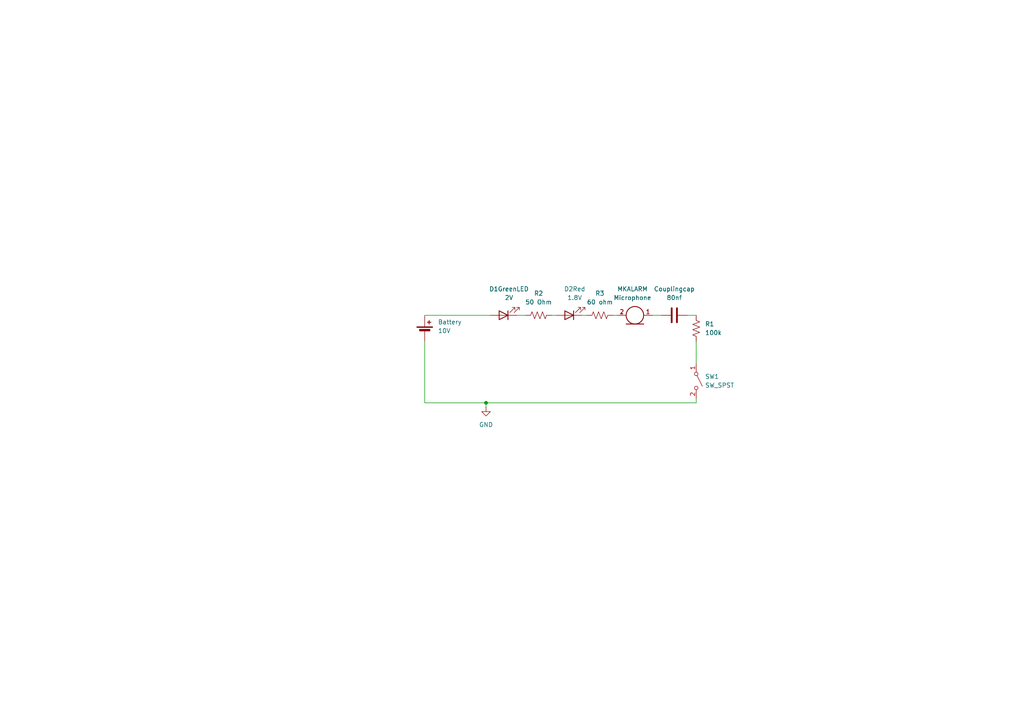
<source format=kicad_sch>
(kicad_sch (version 20231120) (generator "eeschema") (generator_version "8.0")
  (paper "A4")
  (lib_symbols
    (symbol "Device:Battery_Cell" (pin_numbers hide) (pin_names (offset 0) hide)
      (property "Reference" "BT" (at 2.54 2.54 0))
      (property "Value" "Battery_Cell" (at 2.54 0 0))
      (symbol "Battery_Cell_0_1"
        (rectangle (start -2.286 1.778) (end 2.286 1.524) (fill (type outline)))
        (rectangle (start -1.524 1.016) (end 1.524 0.508) (fill (type outline)))
        (polyline (pts (xy 0 0.762) (xy 0 0)))
        (polyline (pts (xy 0 1.778) (xy 0 2.54)))
        (polyline (pts (xy 0.762 3.048) (xy 1.778 3.048)) (stroke (width 0.254)))
        (polyline (pts (xy 1.27 3.556) (xy 1.27 2.54)) (stroke (width 0.254)))
      )
      (symbol "Battery_Cell_1_1"
        (pin passive line (at 0 5.08 270) (length 2.54) (name "+") (number "1"))
        (pin passive line (at 0 -2.54 90) (length 2.54) (name "-") (number "2"))
      )
    )
    (symbol "Device:C" (pin_numbers hide) (pin_names (offset 0.254))
      (property "Reference" "C" (at 0.635 2.54 0))
      (property "Value" "C" (at 0.635 -2.54 0))
      (symbol "C_0_1"
        (polyline (pts (xy -2.032 -0.762) (xy 2.032 -0.762)) (stroke (width 0.508)))
        (polyline (pts (xy -2.032 0.762) (xy 2.032 0.762)) (stroke (width 0.508)))
      )
      (symbol "C_1_1"
        (pin passive line (at 0 3.81 270) (length 2.794) (name "~") (number "1"))
        (pin passive line (at 0 -3.81 90) (length 2.794) (name "~") (number "2"))
      )
    )
    (symbol "Device:LED" (pin_numbers hide) (pin_names (offset 1.016) hide)
      (property "Reference" "D" (at 0 2.54 0))
      (property "Value" "LED" (at 0 -2.54 0))
      (symbol "LED_0_1"
        (polyline (pts (xy -1.27 -1.27) (xy -1.27 1.27)) (stroke (width 0.254)))
        (polyline (pts (xy -1.27 0) (xy 1.27 0)))
        (polyline (pts (xy 1.27 -1.27) (xy 1.27 1.27) (xy -1.27 0) (xy 1.27 -1.27)) (stroke (width 0.254)))
        (polyline (pts (xy -3.048 -0.762) (xy -4.572 -2.286) (xy -3.81 -2.286) (xy -4.572 -2.286) (xy -4.572 -1.524)))
        (polyline (pts (xy -1.778 -0.762) (xy -3.302 -2.286) (xy -2.54 -2.286) (xy -3.302 -2.286) (xy -3.302 -1.524)))
      )
      (symbol "LED_1_1"
        (pin passive line (at -3.81 0 0) (length 2.54) (name "K") (number "1"))
        (pin passive line (at 3.81 0 180) (length 2.54) (name "A") (number "2"))
      )
    )
    (symbol "Device:Microphone" (pin_names (offset 0.0254) hide)
      (property "Reference" "MK" (at -3.81 1.27 0))
      (property "Value" "Microphone" (at -3.81 -0.635 0))
      (symbol "Microphone_0_1"
        (polyline (pts (xy -2.54 2.54) (xy -2.54 -2.54)) (stroke (width 0.254)))
        (polyline (pts (xy 0.254 3.81) (xy 0.762 3.81)))
        (polyline (pts (xy 0.508 4.064) (xy 0.508 3.556)))
        (circle (center 0 0) (radius 2.54) (stroke (width 0.254)))
      )
      (symbol "Microphone_1_1"
        (pin passive line (at 0 -5.08 90) (length 2.54) (name "-") (number "1"))
        (pin passive line (at 0 5.08 270) (length 2.54) (name "+") (number "2"))
      )
    )
    (symbol "Device:R_US" (pin_numbers hide) (pin_names (offset 0))
      (property "Reference" "R" (at 2.54 0 90))
      (property "Value" "R_US" (at -2.54 0 90))
      (symbol "R_US_0_1"
        (polyline (pts (xy 0 -2.286) (xy 0 -2.54)))
        (polyline (pts (xy 0 2.286) (xy 0 2.54)))
        (polyline (pts (xy 0 -0.762) (xy 1.016 -1.143) (xy 0 -1.524) (xy -1.016 -1.905) (xy 0 -2.286)))
        (polyline (pts (xy 0 0.762) (xy 1.016 0.381) (xy 0 0) (xy -1.016 -0.381) (xy 0 -0.762)))
        (polyline (pts (xy 0 2.286) (xy 1.016 1.905) (xy 0 1.524) (xy -1.016 1.143) (xy 0 0.762)))
      )
      (symbol "R_US_1_1"
        (pin passive line (at 0 3.81 270) (length 1.27) (name "~") (number "1"))
        (pin passive line (at 0 -3.81 90) (length 1.27) (name "~") (number "2"))
      )
    )
    (symbol "Switch:SW_SPST" (pin_names (offset 0) hide)
      (property "Reference" "SW" (at 0 3.175 0))
      (property "Value" "SW_SPST" (at 0 -2.54 0))
      (symbol "SW_SPST_0_0"
        (circle (center -2.032 0) (radius 0.508))
        (polyline (pts (xy -1.524 0.254) (xy 1.524 1.778)))
        (circle (center 2.032 0) (radius 0.508))
      )
      (symbol "SW_SPST_1_1"
        (pin passive line (at -5.08 0 0) (length 2.54) (name "A") (number "1"))
        (pin passive line (at 5.08 0 180) (length 2.54) (name "B") (number "2"))
      )
    )
    (symbol "power:GND" (power) (pin_numbers hide) (pin_names (offset 0) hide)
      (property "Value" "GND" (at 0 -3.81 0))
      (symbol "GND_0_1"
        (polyline (pts (xy 0 0) (xy 0 -1.27) (xy 1.27 -1.27) (xy 0 -2.54) (xy -1.27 -1.27) (xy 0 -1.27)))
      )
      (symbol "GND_1_1"
        (pin power_in line (at 0 0 270) (length 0) (name "~") (number "1"))
      )
    )
  )
  (junction (at 140.97 116.84))
  (wire (pts (xy 123.19 99.06) (xy 123.19 116.84)))
  (wire (pts (xy 199.39 91.44) (xy 201.93 91.44)))
  (wire (pts (xy 168.91 91.44) (xy 170.18 91.44)))
  (wire (pts (xy 140.97 116.84) (xy 140.97 118.11)))
  (wire (pts (xy 123.19 91.44) (xy 142.24 91.44)))
  (wire (pts (xy 177.8 91.44) (xy 179.07 91.44)))
  (wire (pts (xy 201.93 115.57) (xy 201.93 116.84)))
  (wire (pts (xy 189.23 91.44) (xy 191.77 91.44)))
  (wire (pts (xy 160.02 91.44) (xy 161.29 91.44)))
  (wire (pts (xy 201.93 99.06) (xy 201.93 105.41)))
  (wire (pts (xy 149.86 91.44) (xy 152.4 91.44)))
  (wire (pts (xy 123.19 116.84) (xy 140.97 116.84)))
  (wire (pts (xy 140.97 116.84) (xy 201.93 116.84)))
  (symbol (lib_id "Device:LED") (at 146.05 91.44 180) (unit 1)
    (property "Reference" "D1GreenLED" (at 147.6375 83.82 0))
    (property "Value" "2V" (at 147.6375 86.36 0))
    (property "Footprint" "LED_SMD:LED_2512_6332Metric" (effects (hide yes)))
    (property "Description" "Light emitting diode" (effects (hide yes)))
  )
  (symbol (lib_id "Device:Microphone") (at 184.15 91.44 90) (unit 1)
    (property "Reference" "MKALARM" (at 183.4515 83.82 90))
    (property "Value" "Microphone" (at 183.4515 86.36 90))
    (property "Description" "Microphone" (effects (hide yes)))
  )
  (symbol (lib_id "Device:R_US") (at 173.99 91.44 90) (unit 1)
    (property "Reference" "R3" (at 173.99 85.09 90))
    (property "Value" "60 ohm" (at 173.99 87.63 90))
    (property "Footprint" "Resistor_SMD:R_2512_6332Metric" (effects (hide yes)))
    (property "Description" "Resistor, US symbol" (effects (hide yes)))
  )
  (symbol (lib_id "Device:LED") (at 165.1 91.44 180) (unit 1)
    (property "Reference" "D2Red" (at 166.6875 83.82 0))
    (property "Value" "1.8V" (at 166.6875 86.36 0))
    (property "Footprint" "LED_SMD:LED_2512_6332Metric" (effects (hide yes)))
    (property "Description" "Light emitting diode" (effects (hide yes)))
  )
  (symbol (lib_id "power:GND") (at 140.97 118.11 0) (unit 1)
    (property "Reference" "#PWR01" (effects (hide yes)))
    (property "Value" "GND" (at 140.97 123.19 0))
    (property "Description" "Power symbol creates a global label with name \"GND\" , ground" (effects (hide yes)))
  )
  (symbol (lib_id "Device:R_US") (at 201.93 95.25 0) (unit 1)
    (property "Reference" "R1" (at 204.47 93.9799 0) (effects (justify left)))
    (property "Value" "100k" (at 204.47 96.5199 0) (effects (justify left)))
    (property "Footprint" "Resistor_SMD:R_2512_6332Metric" (effects (hide yes)))
    (property "Description" "Resistor, US symbol" (effects (hide yes)))
  )
  (symbol (lib_id "Device:Battery_Cell") (at 123.19 96.52 0) (unit 1)
    (property "Reference" "Battery" (at 127 93.4084 0) (effects (justify left)))
    (property "Value" "10V" (at 127 95.9484 0) (effects (justify left)))
    (property "Footprint" "Battery:BatteryHolder_Keystone_103_1x20mm" (effects (hide yes)))
    (property "Description" "Single-cell battery" (effects (hide yes)))
  )
  (symbol (lib_id "Device:C") (at 195.58 91.44 90) (unit 1)
    (property "Reference" "Couplingcap" (at 195.58 83.82 90))
    (property "Value" "80nf" (at 195.58 86.36 90))
    (property "Description" "Unpolarized capacitor" (effects (hide yes)))
  )
  (symbol (lib_id "Device:R_US") (at 156.21 91.44 90) (unit 1)
    (property "Reference" "R2" (at 156.21 85.09 90))
    (property "Value" "50 Ohm" (at 156.21 87.63 90))
    (property "Footprint" "Resistor_SMD:R_2512_6332Metric" (effects (hide yes)))
    (property "Description" "Resistor, US symbol" (effects (hide yes)))
  )
  (symbol (lib_id "Switch:SW_SPST") (at 201.93 110.49 270) (unit 1)
    (property "Reference" "SW1" (at 204.47 109.2199 90) (effects (justify left)))
    (property "Value" "SW_SPST" (at 204.47 111.7599 90) (effects (justify left)))
    (property "Footprint" "Button_Switch_THT:SW_PUSH_6mm" (effects (hide yes)))
    (property "Description" "Single Pole Single Throw (SPST) switch" (effects (hide yes)))
  )
)
</source>
